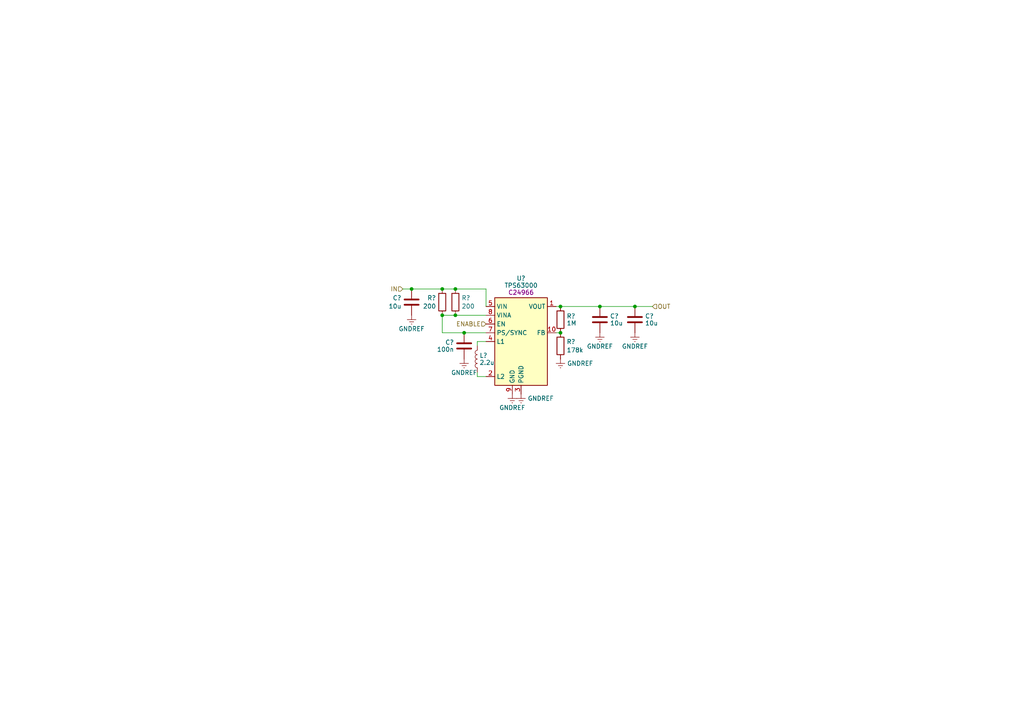
<source format=kicad_sch>
(kicad_sch (version 20230121) (generator eeschema)
  (paper "A4")
  (lib_symbols
    (symbol "Library:C" (pin_numbers hide) (pin_names (offset 0.254))
      (property "Reference" "C" (at 0.635 2.54 0))
      (property "Value" "C" (at 0.635 -2.54 0))
      (symbol "C_0_1"
        (polyline (pts (xy -2.032 -0.762) (xy 2.032 -0.762)) (stroke (width 0.508)))
        (polyline (pts (xy -2.032 0.762) (xy 2.032 0.762)) (stroke (width 0.508)))
      )
      (symbol "C_1_1"
        (pin passive line (at 0 3.81 270) (length 2.794) (name "~") (number "1"))
        (pin passive line (at 0 -3.81 90) (length 2.794) (name "~") (number "2"))
      )
    )
    (symbol "Library:L" (pin_numbers hide) (pin_names (offset 1.016) hide)
      (property "Reference" "L" (at -1.27 0 90))
      (property "Value" "L" (at 1.905 0 90))
      (symbol "L_0_1"
        (arc (start 0 -2.54) (mid 0.6323 -1.905) (end 0 -1.27))
        (arc (start 0 -1.27) (mid 0.6323 -0.635) (end 0 0))
        (arc (start 0 0) (mid 0.6323 0.635) (end 0 1.27))
        (arc (start 0 1.27) (mid 0.6323 1.905) (end 0 2.54))
      )
      (symbol "L_1_1"
        (pin passive line (at 0 3.81 270) (length 1.27) (name "1") (number "1"))
        (pin passive line (at 0 -3.81 90) (length 1.27) (name "2") (number "2"))
      )
    )
    (symbol "Library:R" (pin_numbers hide) (pin_names (offset 0))
      (property "Reference" "R" (at 2.032 0 90))
      (property "Value" "R" (at 0 0 90))
      (symbol "R_0_1"
        (rectangle (start -1.016 -2.54) (end 1.016 2.54) (stroke (width 0.254)))
      )
      (symbol "R_1_1"
        (pin passive line (at 0 3.81 270) (length 1.27) (name "~") (number "1"))
        (pin passive line (at 0 -3.81 90) (length 1.27) (name "~") (number "2"))
      )
    )
    (symbol "Library:TPS63001"
      (property "Reference" "U" (at -7.62 13.97 0))
      (property "Value" "TPS63001" (at 5.08 13.97 0))
      (property "JLC Part #" "C28060" (at 0 0 0))
      (symbol "TPS63001_0_1"
        (rectangle (start -7.62 12.7) (end 7.62 -12.7) (stroke (width 0.254)) (fill (type background)))
      )
      (symbol "TPS63001_1_1"
        (pin power_out line (at 10.16 10.16 180) (length 2.54) (name "VOUT") (number "1"))
        (pin input line (at 10.16 2.54 180) (length 2.54) (name "FB") (number "10"))
        (pin passive line (at 0 -15.24 90) (length 2.54) hide (name "PGND") (number "11"))
        (pin input line (at -10.16 -10.16 0) (length 2.54) (name "L2") (number "2"))
        (pin power_in line (at 0 -15.24 90) (length 2.54) (name "PGND") (number "3"))
        (pin input line (at -10.16 0 0) (length 2.54) (name "L1") (number "4"))
        (pin power_in line (at -10.16 10.16 0) (length 2.54) (name "VIN") (number "5"))
        (pin input line (at -10.16 5.08 0) (length 2.54) (name "EN") (number "6"))
        (pin input line (at -10.16 2.54 0) (length 2.54) (name "PS/SYNC") (number "7"))
        (pin power_in line (at -10.16 7.62 0) (length 2.54) (name "VINA") (number "8"))
        (pin power_in line (at -2.54 -15.24 90) (length 2.54) (name "GND") (number "9"))
      )
    )
    (symbol "power:GNDREF" (power) (pin_names (offset 0))
      (property "Value" "GNDREF" (at 0 -3.81 0))
      (symbol "GNDREF_0_1"
        (polyline (pts (xy -0.635 -1.905) (xy 0.635 -1.905)))
        (polyline (pts (xy -0.127 -2.54) (xy 0.127 -2.54)))
        (polyline (pts (xy 0 -1.27) (xy 0 0)))
        (polyline (pts (xy 1.27 -1.27) (xy -1.27 -1.27)))
      )
      (symbol "GNDREF_1_1"
        (pin power_in line (at 0 0 270) (length 0) hide (name "GNDREF") (number "1"))
      )
    )
  )
  (junction (at 119.38 83.82))
  (junction (at 128.27 83.82))
  (junction (at 162.56 96.52))
  (junction (at 162.56 88.9))
  (junction (at 128.27 91.44))
  (junction (at 132.08 83.82))
  (junction (at 134.62 96.52))
  (junction (at 184.15 88.9))
  (junction (at 173.99 88.9))
  (junction (at 132.08 91.44))
  (wire (pts (xy 119.38 83.82) (xy 128.27 83.82)))
  (wire (pts (xy 161.29 96.52) (xy 162.56 96.52)))
  (wire (pts (xy 138.43 100.33) (xy 138.43 99.06)))
  (wire (pts (xy 140.97 109.22) (xy 138.43 109.22)))
  (wire (pts (xy 173.99 88.9) (xy 184.15 88.9)))
  (wire (pts (xy 140.97 91.44) (xy 132.08 91.44)))
  (wire (pts (xy 162.56 88.9) (xy 173.99 88.9)))
  (wire (pts (xy 132.08 83.82) (xy 140.97 83.82)))
  (wire (pts (xy 140.97 83.82) (xy 140.97 88.9)))
  (wire (pts (xy 134.62 96.52) (xy 140.97 96.52)))
  (wire (pts (xy 128.27 83.82) (xy 132.08 83.82)))
  (wire (pts (xy 128.27 91.44) (xy 132.08 91.44)))
  (wire (pts (xy 116.84 83.82) (xy 119.38 83.82)))
  (wire (pts (xy 161.29 88.9) (xy 162.56 88.9)))
  (wire (pts (xy 138.43 109.22) (xy 138.43 107.95)))
  (wire (pts (xy 128.27 96.52) (xy 134.62 96.52)))
  (wire (pts (xy 138.43 99.06) (xy 140.97 99.06)))
  (wire (pts (xy 128.27 91.44) (xy 128.27 96.52)))
  (wire (pts (xy 184.15 88.9) (xy 189.23 88.9)))
  (hierarchical_label "ENABLE" (shape input) (at 140.97 93.98 180))
  (hierarchical_label "IN" (shape input) (at 116.84 83.82 180))
  (hierarchical_label "OUT" (shape input) (at 189.23 88.9 0))
  (symbol (lib_id "power:GNDREF") (at 151.13 114.3 0) (unit 1)
    (property "Reference" "#PWR?" (effects hide))
    (property "Value" "GNDREF" (at 153.035 115.57 0) (effects (justify left)))
    (instances (project "DiveCAN Head2" (path "" (reference "#PWR?") (unit 1)) (path "" (reference "#PWR019") (unit 1)) (path "" (reference "#PWR056") (unit 1)) (path "" (reference "#PWR062") (unit 1))))
  )
  (symbol (lib_id "power:GNDREF") (at 184.15 96.52 0) (unit 1)
    (property "Reference" "#PWR?" (effects hide))
    (property "Value" "GNDREF" (at 184.15 100.465 0))
    (instances (project "DiveCAN Head2" (path "" (reference "#PWR?") (unit 1)) (path "" (reference "#PWR029") (unit 1)) (path "" (reference "#PWR059") (unit 1)) (path "" (reference "#PWR065") (unit 1))))
  )
  (symbol (lib_id "Library:TPS63001") (at 151.13 99.06 0) (unit 1)
    (property "Reference" "U?" (at 151.13 80.732 0))
    (property "Value" "TPS63000" (at 151.13 82.78 0))
    (property "Footprint" "Package_SON:Texas_DRC0010J" (effects hide))
    (property "Datasheet" "http://www.ti.com/lit/ds/symlink/tps63000.pdf" (effects hide))
    (property "MPN" "C24966" (at 151.13 84.828 0))
    (instances (project "DiveCAN Head2" (path "" (reference "U?") (unit 1)) (path "" (reference "U4") (unit 1)) (path "" (reference "U9") (unit 1)) (path "" (reference "U10") (unit 1))))
  )
  (symbol (lib_id "Library:C") (at 173.99 92.71 0) (unit 1)
    (property "Reference" "C?" (at 176.911 91.686 0) (effects (justify left)))
    (property "Value" "10u" (at 176.911 93.734 0) (effects (justify left)))
    (property "Footprint" "Capacitor_SMD:C_0603_1608Metric" (effects hide))
    (property "MPN" "C19702" (effects hide))
    (instances (project "DiveCAN Head2" (path "" (reference "C?") (unit 1)) (path "" (reference "C11") (unit 1)) (path "" (reference "C17") (unit 1)) (path "" (reference "C20") (unit 1))))
  )
  (symbol (lib_id "Library:R") (at 162.56 100.33 0) (unit 1)
    (property "Reference" "R?" (at 164.338 99.1179 0) (effects (justify left)))
    (property "Value" "178k" (at 164.338 101.5421 0) (effects (justify left)))
    (property "Footprint" "Resistor_SMD:R_0402_1005Metric" (effects hide))
    (property "MPN" "C321342" (effects hide))
    (instances (project "DiveCAN Head2" (path "" (reference "R?") (unit 1)) (path "" (reference "R12") (unit 1)) (path "" (reference "R35") (unit 1)) (path "" (reference "R39") (unit 1))))
  )
  (symbol (lib_id "Library:R") (at 162.56 92.71 0) (unit 1)
    (property "Reference" "R?" (at 164.338 91.686 0) (effects (justify left)))
    (property "Value" "1M" (at 164.338 93.734 0) (effects (justify left)))
    (property "Footprint" "Resistor_SMD:R_0402_1005Metric" (effects hide))
    (property "MPN" "C26083" (effects hide))
    (instances (project "DiveCAN Head2" (path "" (reference "R?") (unit 1)) (path "" (reference "R11") (unit 1)) (path "" (reference "R34") (unit 1)) (path "" (reference "R38") (unit 1))))
  )
  (symbol (lib_id "power:GNDREF") (at 148.59 114.3 0) (unit 1)
    (property "Reference" "#PWR?" (effects hide))
    (property "Value" "GNDREF" (at 148.59 118.245 0))
    (instances (project "DiveCAN Head2" (path "" (reference "#PWR?") (unit 1)) (path "" (reference "#PWR018") (unit 1)) (path "" (reference "#PWR055") (unit 1)) (path "" (reference "#PWR061") (unit 1))))
  )
  (symbol (lib_id "power:GNDREF") (at 134.62 104.14 0) (unit 1)
    (property "Reference" "#PWR?" (effects hide))
    (property "Value" "GNDREF" (at 134.62 108.085 0))
    (instances (project "DiveCAN Head2" (path "" (reference "#PWR?") (unit 1)) (path "" (reference "#PWR016") (unit 1)) (path "" (reference "#PWR054") (unit 1)) (path "" (reference "#PWR060") (unit 1))))
  )
  (symbol (lib_id "Library:C") (at 119.38 87.63 0) (unit 1)
    (property "Reference" "C?" (at 116.459 86.4179 0) (effects (justify right)))
    (property "Value" "10u" (at 116.459 88.8421 0) (effects (justify right)))
    (property "Footprint" "Capacitor_SMD:C_0603_1608Metric" (effects hide))
    (property "MPN" "C19702" (effects hide))
    (instances (project "DiveCAN Head2" (path "" (reference "C?") (unit 1)) (path "" (reference "C11") (unit 1)) (path "" (reference "C22") (unit 1)) (path "" (reference "C20") (unit 1))))
  )
  (symbol (lib_id "Library:R") (at 128.27 87.63 180) (unit 1)
    (property "Reference" "R?" (at 126.492 86.4179 0) (effects (justify left)))
    (property "Value" "200" (at 126.492 88.8421 0) (effects (justify left)))
    (property "Footprint" "Resistor_SMD:R_0402_1005Metric" (effects hide))
    (property "MPN" "C25087" (effects hide))
    (instances (project "DiveCAN Head2" (path "" (reference "R?") (unit 1)) (path "" (reference "R9") (unit 1)) (path "" (reference "R32") (unit 1)) (path "" (reference "R36") (unit 1))))
  )
  (symbol (lib_id "power:GNDREF") (at 162.56 104.14 0) (unit 1)
    (property "Reference" "#PWR?" (effects hide))
    (property "Value" "GNDREF" (at 164.465 105.41 0) (effects (justify left)))
    (instances (project "DiveCAN Head2" (path "" (reference "#PWR?") (unit 1)) (path "" (reference "#PWR022") (unit 1)) (path "" (reference "#PWR057") (unit 1)) (path "" (reference "#PWR063") (unit 1))))
  )
  (symbol (lib_id "Library:R") (at 132.08 87.63 180) (unit 1)
    (property "Reference" "R?" (at 133.858 86.4179 0) (effects (justify right)))
    (property "Value" "200" (at 133.858 88.8421 0) (effects (justify right)))
    (property "Footprint" "Resistor_SMD:R_0402_1005Metric" (effects hide))
    (property "MPN" "C25087" (effects hide))
    (instances (project "DiveCAN Head2" (path "" (reference "R?") (unit 1)) (path "" (reference "R9") (unit 1)) (path "" (reference "R33") (unit 1)) (path "" (reference "R37") (unit 1))))
  )
  (symbol (lib_id "Library:C") (at 134.62 100.33 180) (unit 1)
    (property "Reference" "C?" (at 131.6991 99.306 0) (effects (justify left)))
    (property "Value" "100n" (at 131.6991 101.354 0) (effects (justify left)))
    (property "Footprint" "Capacitor_SMD:C_0603_1608Metric" (effects hide))
    (property "MPN" "C14663" (effects hide))
    (instances (project "DiveCAN Head2" (path "" (reference "C?") (unit 1)) (path "" (reference "C7") (unit 1)) (path "" (reference "C16") (unit 1)) (path "" (reference "C19") (unit 1))))
  )
  (symbol (lib_id "Library:C") (at 184.15 92.71 0) (unit 1)
    (property "Reference" "C?" (at 187.071 91.686 0) (effects (justify left)))
    (property "Value" "10u" (at 187.071 93.734 0) (effects (justify left)))
    (property "Footprint" "Capacitor_SMD:C_0603_1608Metric" (effects hide))
    (property "MPN" "C19702" (effects hide))
    (instances (project "DiveCAN Head2" (path "" (reference "C?") (unit 1)) (path "" (reference "C14") (unit 1)) (path "" (reference "C18") (unit 1)) (path "" (reference "C21") (unit 1))))
  )
  (symbol (lib_id "power:GNDREF") (at 173.99 96.52 0) (unit 1)
    (property "Reference" "#PWR?" (effects hide))
    (property "Value" "GNDREF" (at 173.99 100.465 0))
    (instances (project "DiveCAN Head2" (path "" (reference "#PWR?") (unit 1)) (path "" (reference "#PWR026") (unit 1)) (path "" (reference "#PWR058") (unit 1)) (path "" (reference "#PWR064") (unit 1))))
  )
  (symbol (lib_id "power:GNDREF") (at 119.38 91.44 0) (unit 1)
    (property "Reference" "#PWR?" (effects hide))
    (property "Value" "GNDREF" (at 119.38 95.385 0))
    (instances (project "DiveCAN Head2" (path "" (reference "#PWR?") (unit 1)) (path "" (reference "#PWR016") (unit 1)) (path "" (reference "#PWR066") (unit 1)) (path "" (reference "#PWR060") (unit 1))))
  )
  (symbol (lib_id "Library:L") (at 138.43 104.14 180) (unit 1)
    (property "Reference" "L?" (at 139.0649 103.116 0) (effects (justify right)))
    (property "Value" "2.2u" (at 139.0649 105.164 0) (effects (justify right)))
    (property "Footprint" "Library:L_4x4" (effects hide))
    (property "MPN" "C701258" (effects hide))
    (instances (project "DiveCAN Head2" (path "" (reference "L?") (unit 1)) (path "" (reference "L2") (unit 1)) (path "" (reference "L2") (unit 1)) (path "" (reference "L3") (unit 1))))
  )
)
</source>
